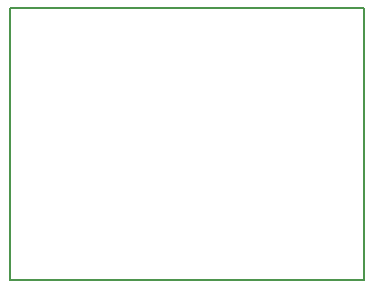
<source format=gm1>
G04 #@! TF.FileFunction,Profile,NP*
%FSLAX46Y46*%
G04 Gerber Fmt 4.6, Leading zero omitted, Abs format (unit mm)*
G04 Created by KiCad (PCBNEW 4.0.7) date 02/19/20 23:21:01*
%MOMM*%
%LPD*%
G01*
G04 APERTURE LIST*
%ADD10C,0.100000*%
%ADD11C,0.200000*%
G04 APERTURE END LIST*
D10*
D11*
X114000000Y-86000000D02*
X114000000Y-109000000D01*
X144000000Y-86000000D02*
X144000000Y-109000000D01*
X114000000Y-109000000D02*
X144000000Y-109000000D01*
X114000000Y-86000000D02*
X144000000Y-86000000D01*
M02*

</source>
